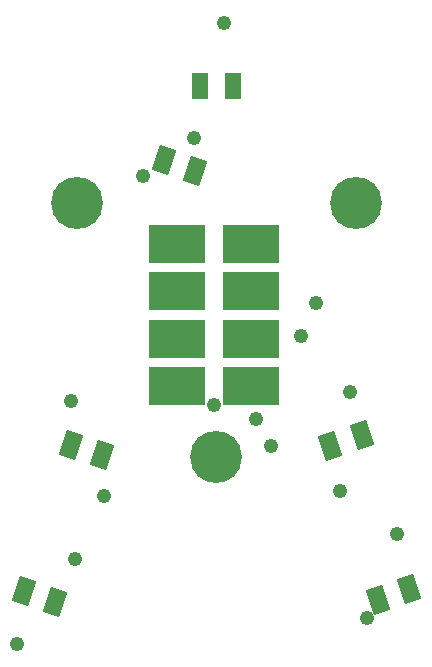
<source format=gbs>
%FSLAX25Y25*%
%MOIN*%
G70*
G01*
G75*
G04 Layer_Color=48896*
%ADD10R,0.05000X0.08000*%
%ADD11R,0.05906X0.05906*%
%ADD12P,0.08352X4X297.0*%
%ADD13P,0.08352X4X207.0*%
%ADD14R,0.05906X0.05906*%
%ADD15P,0.08352X4X153.0*%
%ADD16C,0.02500*%
%ADD17C,0.16500*%
%ADD18C,0.04000*%
%ADD19R,0.17716X0.12205*%
G04:AMPARAMS|DCode=20|XSize=80mil|YSize=50mil|CornerRadius=0mil|HoleSize=0mil|Usage=FLASHONLY|Rotation=288.000|XOffset=0mil|YOffset=0mil|HoleType=Round|Shape=Rectangle|*
%AMROTATEDRECTD20*
4,1,4,-0.03614,0.03032,0.01142,0.04577,0.03614,-0.03032,-0.01142,-0.04577,-0.03614,0.03032,0.0*
%
%ADD20ROTATEDRECTD20*%

G04:AMPARAMS|DCode=21|XSize=80mil|YSize=50mil|CornerRadius=0mil|HoleSize=0mil|Usage=FLASHONLY|Rotation=252.000|XOffset=0mil|YOffset=0mil|HoleType=Round|Shape=Rectangle|*
%AMROTATEDRECTD21*
4,1,4,-0.01142,0.04577,0.03614,0.03032,0.01142,-0.04577,-0.03614,-0.03032,-0.01142,0.04577,0.0*
%
%ADD21ROTATEDRECTD21*%

%ADD22C,0.01000*%
%ADD23C,0.01200*%
%ADD24R,0.04000X0.07000*%
%ADD25R,0.04906X0.04906*%
%ADD26P,0.06937X4X297.0*%
%ADD27P,0.06937X4X207.0*%
%ADD28R,0.04906X0.04906*%
%ADD29P,0.06937X4X153.0*%
%ADD30R,0.16716X0.11205*%
G04:AMPARAMS|DCode=31|XSize=70mil|YSize=40mil|CornerRadius=0mil|HoleSize=0mil|Usage=FLASHONLY|Rotation=288.000|XOffset=0mil|YOffset=0mil|HoleType=Round|Shape=Rectangle|*
%AMROTATEDRECTD31*
4,1,4,-0.02984,0.02711,0.00821,0.03947,0.02984,-0.02711,-0.00821,-0.03947,-0.02984,0.02711,0.0*
%
%ADD31ROTATEDRECTD31*%

G04:AMPARAMS|DCode=32|XSize=70mil|YSize=40mil|CornerRadius=0mil|HoleSize=0mil|Usage=FLASHONLY|Rotation=252.000|XOffset=0mil|YOffset=0mil|HoleType=Round|Shape=Rectangle|*
%AMROTATEDRECTD32*
4,1,4,-0.00821,0.03947,0.02984,0.02711,0.00821,-0.03947,-0.02984,-0.02711,-0.00821,0.03947,0.0*
%
%ADD32ROTATEDRECTD32*%

%ADD33R,0.05800X0.08800*%
%ADD34R,0.06706X0.06706*%
%ADD35P,0.09483X4X297.0*%
%ADD36P,0.09483X4X207.0*%
%ADD37R,0.06706X0.06706*%
%ADD38P,0.09483X4X153.0*%
%ADD39C,0.17300*%
%ADD40C,0.04800*%
%ADD41R,0.18517X0.13005*%
G04:AMPARAMS|DCode=42|XSize=88mil|YSize=58mil|CornerRadius=0mil|HoleSize=0mil|Usage=FLASHONLY|Rotation=288.000|XOffset=0mil|YOffset=0mil|HoleType=Round|Shape=Rectangle|*
%AMROTATEDRECTD42*
4,1,4,-0.04118,0.03289,0.01398,0.05081,0.04118,-0.03289,-0.01398,-0.05081,-0.04118,0.03289,0.0*
%
%ADD42ROTATEDRECTD42*%

G04:AMPARAMS|DCode=43|XSize=88mil|YSize=58mil|CornerRadius=0mil|HoleSize=0mil|Usage=FLASHONLY|Rotation=252.000|XOffset=0mil|YOffset=0mil|HoleType=Round|Shape=Rectangle|*
%AMROTATEDRECTD43*
4,1,4,-0.01398,0.05081,0.04118,0.03289,0.01398,-0.05081,-0.04118,-0.03289,-0.01398,0.05081,0.0*
%
%ADD43ROTATEDRECTD43*%

D33*
X585800Y547900D02*
D03*
X574800D02*
D03*
D39*
X533800Y509000D02*
D03*
X626800Y508900D02*
D03*
X580300Y424300D02*
D03*
D40*
X630500Y370500D02*
D03*
X640500Y398500D02*
D03*
X621390Y413131D02*
D03*
X625000Y446000D02*
D03*
X532000Y443000D02*
D03*
X542684Y411187D02*
D03*
X533319Y390314D02*
D03*
X514000Y362000D02*
D03*
X573000Y530500D02*
D03*
X583000Y569000D02*
D03*
X593395Y437106D02*
D03*
X587500Y476000D02*
D03*
X613500Y475500D02*
D03*
X579500Y441500D02*
D03*
X563000Y463500D02*
D03*
X598500Y428000D02*
D03*
X608500Y464500D02*
D03*
X556000Y518000D02*
D03*
D41*
X567200Y448052D02*
D03*
X591806D02*
D03*
X567200Y463800D02*
D03*
Y479548D02*
D03*
Y495296D02*
D03*
X591806Y463800D02*
D03*
Y479548D02*
D03*
Y495296D02*
D03*
D42*
X634169Y376800D02*
D03*
X644631Y380200D02*
D03*
X618269Y428100D02*
D03*
X628731Y431500D02*
D03*
D43*
X562869Y523200D02*
D03*
X531738Y428299D02*
D03*
X516069Y379500D02*
D03*
X526531Y376100D02*
D03*
X542200Y424900D02*
D03*
X573331Y519800D02*
D03*
M02*

</source>
